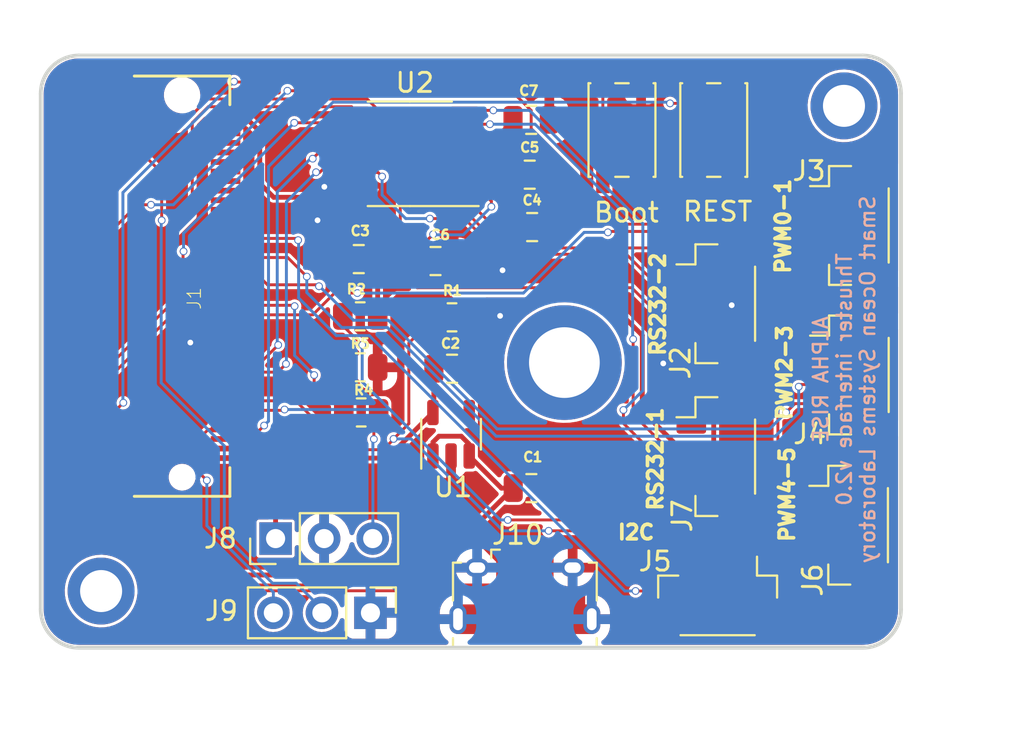
<source format=kicad_pcb>
(kicad_pcb (version 20211014) (generator pcbnew)
  (layers (0 "F.Cu" signal) (31 "B.Cu" signal) (34 "B.Paste" user) (35 "F.Paste" user) (36 "B.SilkS" user "B.Silkscreen") (37 "F.SilkS" user "F.Silkscreen") (38 "B.Mask" user) (39 "F.Mask" user) (44 "Edge.Cuts" user))
  (net 0 "")
  (net 1 "GND")
  (net 2 "3v3")
  (net 3 "Net-(C5-Pad1)")
  (net 4 "Net-(C4-Pad2)")
  (net 5 "Net-(C4-Pad1)")
  (net 6 "Net-(C5-Pad2)")
  (net 7 "Net-(C6-Pad1)")
  (net 8 "Net-(C7-Pad1)")
  (net 9 "I2C_SDA")
  (net 10 "I2C_SCL")
  (net 11 "UART_TX1")
  (net 12 "UART_RX1")
  (net 13 "UART_RX2")
  (net 14 "UART_TX2")
  (net 15 "PWM0")
  (net 16 "PWM2")
  (net 17 "PWM3")
  (net 18 "PWM1")
  (net 19 "PWM4")
  (net 20 "PWM5")
  (net 21 "RS232_TX2")
  (net 22 "RS232_RX2")
  (net 24 "RS232_TX1")
  (net 25 "RS232_RX1")
  (net 26 "USB_D+")
  (net 28 "USB_D-")
  (net 29 "GPIO11")
  (net 30 "5V")
  (net 61 "GPIO8")
  (net 67 "A0")
  (net 69 "VB")
  (net 71 "RESET")
  (net 72 "BOOT")
  (footprint "Connector_JST:JST_SH_BM04B-SRSS-TB_1x04-1MP_P1.00mm_Vertical" (layer "F.Cu") (at 74.7522 68.3006 180)
    (fp_text reference "J5")
    (fp_text value "I2C")
  )
  (footprint "Package_SO:TSSOP-16_4.4x5mm_P0.65mm" (layer "F.Cu") (at 58.6486 45.1104 180)
    (fp_text reference "U2")
    (fp_text value "MAX3232IPWR")
  )
  (footprint "SparkFun-MicroMod.mod:M.2-CONNECTOR-E" (layer "F.Cu") (at 46.736 52.0395 -90)
    (fp_text reference "J1")
    (fp_text value "MICROMOD-2222-C")
  )
  (footprint "Capacitor_SMD:C_0805_2012Metric" (layer "F.Cu") (at 59.9948 50.7238)
    (fp_text reference "C6")
    (fp_text value "0.1uF")
  )
  (footprint "Capacitor_SMD:C_0805_2012Metric" (layer "F.Cu") (at 64.9986 43.3324)
    (fp_text reference "C7")
    (fp_text value "0.1uF")
  )
  (footprint "Capacitor_SMD:C_0805_2012Metric" (layer "F.Cu") (at 65.0494 48.9458 180)
    (fp_text reference "C4")
    (fp_text value "0.1uF")
  )
  (footprint "Connector_JST:JST_SH_BM04B-SRSS-TB_1x04-1MP_P1.00mm_Vertical" (layer "F.Cu") (at 74.7014 60.96 -90)
    (fp_text reference "J7")
    (fp_text value "RS485")
  )
  (footprint "Capacitor_SMD:C_0805_2012Metric" (layer "F.Cu") (at 60.8584 56.3626 180)
    (fp_text reference "C2")
    (fp_text value "1uf")
  )
  (footprint "Button_Switch_SMD:SW_SPST_EVQP2" (layer "F.Cu") (at 69.7484 43.8658 90)
    (fp_text reference "Boot")
    (fp_text value "EVQ-P2602W")
  )
  (footprint "Resistor_SMD:R_0805_2012Metric" (layer "F.Cu") (at 56.1067 58.6486)
    (fp_text reference "R4")
    (fp_text value "100k")
  )
  (footprint "Connector_JST:JST_SH_BM04B-SRSS-TB_1x04-1MP_P1.00mm_Vertical" (layer "F.Cu") (at 81.6915 48.862 -90)
    (fp_text reference "J3")
    (fp_text value "PWM01")
  )
  (footprint "Connector_JST:JST_SH_BM04B-SRSS-TB_1x04-1MP_P1.00mm_Vertical" (layer "F.Cu") (at 81.6508 64.5516 -90)
    (fp_text reference "J6")
    (fp_text value "PWM45")
  )
  (footprint "Package_TO_SOT_SMD:SOT-23-5" (layer "F.Cu") (at 60.8076 59.7916 90)
    (fp_text reference "U1")
    (fp_text value "AP2112K-3.3")
  )
  (footprint "Capacitor_SMD:C_0805_2012Metric" (layer "F.Cu") (at 55.9797 50.6222)
    (fp_text reference "C3")
    (fp_text value "0.1uF")
  )
  (footprint "Resistor_SMD:R_0805_2012Metric" (layer "F.Cu") (at 56.0559 53.6194 180)
    (fp_text reference "R2")
    (fp_text value "4.7k")
  )
  (footprint "Connector_USB:USB_Micro-B_Amphenol_10118194_Horizontal" (layer "F.Cu") (at 64.6684 68.1736)
    (fp_text reference "J10")
    (fp_text value "USB_B_Micro")
  )
  (footprint "Connector_PinHeader_2.54mm:PinHeader_1x03_P2.54mm_Vertical" (layer "F.Cu") (at 51.6278 65.2526 90)
    (fp_text reference "J8")
    (fp_text value "Conn_01x03_Male")
  )
  (footprint "MountingHole:MountingHole_2.2mm_M2_ISO7380_Pad" (layer "F.Cu") (at 42.5 68)
    (fp_text reference "H1" hide)
    (fp_text value "MountingHole")
  )
  (footprint "Connector_JST:JST_SH_BM04B-SRSS-TB_1x04-1MP_P1.00mm_Vertical" (layer "F.Cu") (at 74.7014 52.959 -90)
    (fp_text reference "J2")
    (fp_text value "RS232")
  )
  (footprint "Connector_PinHeader_2.54mm:PinHeader_1x03_P2.54mm_Vertical" (layer "F.Cu") (at 56.5912 69.1388 -90)
    (fp_text reference "J9")
    (fp_text value "Conn_01x03_Male")
  )
  (footprint "Button_Switch_SMD:SW_SPST_EVQP2" (layer "F.Cu") (at 74.549 43.8658 90)
    (fp_text reference "REST")
    (fp_text value "EVQ-P2602W")
  )
  (footprint "Resistor_SMD:R_0805_2012Metric" (layer "F.Cu") (at 60.8584 53.6702 180)
    (fp_text reference "R1")
    (fp_text value "4.7k")
  )
  (footprint "Capacitor_SMD:C_0805_2012Metric" (layer "F.Cu") (at 64.9224 46.2026 180)
    (fp_text reference "C5")
    (fp_text value "0.1uF")
  )
  (footprint "Capacitor_SMD:C_0805_2012Metric" (layer "F.Cu") (at 65.0088 62.611 180)
    (fp_text reference "C1")
    (fp_text value "1uf")
  )
  (footprint "Resistor_SMD:R_0805_2012Metric" (layer "F.Cu") (at 56.0559 56.2864 180)
    (fp_text reference "R5")
    (fp_text value "10k")
  )
  (footprint "Connector_JST:JST_SH_BM04B-SRSS-TB_1x04-1MP_P1.00mm_Vertical" (layer "F.Cu") (at 81.6915 56.6877 -90)
    (fp_text reference "J4")
    (fp_text value "PWM23")
  )
  (footprint "MountingHole:MountingHole_2.2mm_M2_ISO7380_Pad" (layer "F.Cu") (at 81.362 42.6)
    (fp_text reference "H2" hide)
    (fp_text value "MountingHole")
  )
  (gr_line (start 84.34324 68.96588) (end 84.34324 41.96588) (layer "Edge.Cuts") (width 0.2))
  (gr_arc (start 82.34324 39.96588) (mid 83.757454 40.551666) (end 84.34324 41.96588) (layer "Edge.Cuts") (width 0.2))
  (gr_arc (start 39.34324 41.96588) (mid 39.929026 40.551666) (end 41.34324 39.96588) (layer "Edge.Cuts") (width 0.2))
  (gr_arc (start 41.34324 70.96588) (mid 39.929026 70.380094) (end 39.34324 68.96588) (layer "Edge.Cuts") (width 0.2))
  (gr_arc (start 84.34324 68.96588) (mid 83.757454 70.380094) (end 82.34324 70.96588) (layer "Edge.Cuts") (width 0.2))
  (gr_line (start 82.34324 39.96588) (end 41.34324 39.96588) (layer "Edge.Cuts") (width 0.2))
  (gr_line (start 41.34324 70.96588) (end 82.34324 70.96588) (layer "Edge.Cuts") (width 0.2))
  (gr_line (start 39.34324 41.96588) (end 39.34324 68.96588) (layer "Edge.Cuts") (width 0.2))
  (gr_text "ALPHA RISE\nThruster interface v2.0\nSmart Ocean Systems Laboratory" (at 81.375 56.925 90) (layer "B.SilkS") (effects (font (size 0.762 0.762) (thickness 0.127)) (justify mirror)))
  (gr_text "PWM0-1" (at 78.17358 48.90008 90) (layer "F.SilkS") (effects (font (size 0.762 0.762) (thickness 0.1905))))
  (gr_text "PWM4-5" (at 78.3844 62.9412 90) (layer "F.SilkS") (effects (font (size 0.762 0.762) (thickness 0.1905))))
  (gr_text "PWM2-3" (at 78.25232 56.56834 90) (layer "F.SilkS") (effects (font (size 0.762 0.762) (thickness 0.1905))))
  (gr_text "RS232-1\n" (at 71.501 61.087 90) (layer "F.SilkS") (effects (font (size 0.762 0.762) (thickness 0.1905))))
  (gr_text "RS232-2" (at 71.628 52.9844 90) (layer "F.SilkS") (effects (font (size 0.762 0.762) (thickness 0.1905))))
  (gr_text "I2C\n" (at 70.485 64.9224) (layer "F.SilkS") (effects (font (size 0.762 0.762) (thickness 0.1905))))
  (segment (start 57.0192 56.3372) (end 56.9684 56.2864) (width 0.1524) (layer "F.Cu") (net 1))
  (via (at 75.4888 53.0352) (size 0.4) (drill 0.3) (layers "F.Cu" "B.Cu") (net 1))
  (via (at 54.1782 46.8376) (size 0.4) (drill 0.3) (layers "F.Cu" "B.Cu") (net 1))
  (via (at 47.1678 54.991) (size 0.4) (drill 0.3) (layers "F.Cu" "B.Cu") (net 1))
  (via (at 63.373 53.594) (size 0.4) (drill 0.3) (layers "F.Cu" "B.Cu") (net 1))
  (via (at 53.8226 48.5902) (size 0.4) (drill 0.3) (layers "F.Cu" "B.Cu") (net 1))
  (via (at 63.5 51.2064) (size 0.4) (drill 0.3) (layers "F.Cu" "B.Cu") (net 1))
  (via (at 71.9074 56.0832) (size 0.4) (drill 0.3) (layers "F.Cu" "B.Cu") (net 1))
  (segment (start 49.938508 61.039502) (end 51.627811 61.039502) (width 0.254) (layer "F.Cu") (net 2))
  (segment (start 58.00979 52.578) (end 60.678695 52.578) (width 0.254) (layer "F.Cu") (net 2))
  (segment (start 51.627811 61.039502) (end 57.472199 61.039502) (width 0.254) (layer "F.Cu") (net 2))
  (segment (start 57.472199 61.039502) (end 59.857589 58.654112) (width 0.254) (layer "F.Cu") (net 2))
  (segment (start 73.820401 52.459001) (end 74.549 53.1876) (width 0.254) (layer "F.Cu") (net 2))
  (segment (start 51.525602 47.385402) (end 50.8 46.6598) (width 0.254) (layer "F.Cu") (net 2))
  (segment (start 50.8 46.6598) (end 50.8 43.947283) (width 0.254) (layer "F.Cu") (net 2))
  (segment (start 56.96839 53.6194) (end 58.00979 52.578) (width 0.254) (layer "F.Cu") (net 2))
  (segment (start 74.549 60.3361) (end 74.425099 60.460001) (width 0.254) (layer "F.Cu") (net 2))
  (segment (start 49.892229 43.039513) (end 49.011002 43.039513) (width 0.254) (layer "F.Cu") (net 2))
  (segment (start 50.8 43.947283) (end 49.892229 43.039513) (width 0.254) (layer "F.Cu") (net 2))
  (segment (start 55.786096 47.385402) (end 51.525602 47.385402) (width 0.254) (layer "F.Cu") (net 2))
  (segment (start 68.957273 52.760589) (end 62.680506 52.760589) (width 0.254) (layer "F.Cu") (net 2))
  (segment (start 49.011002 61.039502) (end 49.938508 61.039502) (width 0.254) (layer "F.Cu") (net 2))
  (segment (start 73.3764 52.459) (end 73.7404 52.459) (width 0.1524) (layer "F.Cu") (net 2))
  (segment (start 56.929706 48.529011) (end 55.786096 47.385402) (width 0.254) (layer "F.Cu") (net 2))
  (segment (start 75.252199 66.975609) (end 75.252199 65.727199) (width 0.254) (layer "F.Cu") (net 2))
  (segment (start 73.376409 60.460001) (end 72.702801 60.460001) (width 0.254) (layer "F.Cu") (net 2))
  (segment (start 74.549 53.1876) (end 74.549 60.3361) (width 0.254) (layer "F.Cu") (net 2))
  (segment (start 72.702801 60.460001) (end 70.811511 58.568711) (width 0.254) (layer "F.Cu") (net 2))
  (segment (start 51.627811 65.2526) (end 51.627811 64.173887) (width 0.254) (layer "F.Cu") (net 2))
  (segment (start 62.680506 52.760589) (end 59.908389 55.532706) (width 0.254) (layer "F.Cu") (net 2))
  (segment (start 59.908389 55.532706) (end 59.908389 58.603312) (width 0.254) (layer "F.Cu") (net 2))
  (segment (start 59.8576 58.6541) (end 59.9084 58.6033) (width 0.1524) (layer "F.Cu") (net 2))
  (segment (start 70.811511 58.568711) (end 70.811511 54.614827) (width 0.254) (layer "F.Cu") (net 2))
  (segment (start 75.252199 65.727199) (end 74.5744 65.0494) (width 0.254) (layer "F.Cu") (net 2))
  (segment (start 70.811511 54.614827) (end 68.957273 52.760589) (width 0.254) (layer "F.Cu") (net 2))
  (segment (start 74.5744 60.609302) (end 74.425099 60.460001) (width 0.254) (layer "F.Cu") (net 2))
  (segment (start 56.9684 50.6609) (end 56.9297 50.6222) (width 0.1524) (layer "F.Cu") (net 2))
  (segment (start 74.5744 65.0494) (end 74.5744 60.609302) (width 0.254) (layer "F.Cu") (net 2))
  (segment (start 56.96839 50.66091) (end 56.96839 53.6194) (width 0.254) (layer "F.Cu") (net 2))
  (segment (start 73.740391 52.459001) (end 73.820401 52.459001) (width 0.254) (layer "F.Cu") (net 2))
  (segment (start 56.929706 50.6222) (end 56.929706 48.529011) (width 0.254) (layer "F.Cu") (net 2))
  (segment (start 51.627811 64.173887) (end 51.627811 61.039502) (width 0.254) (layer "F.Cu") (net 2))
  (segment (start 74.425099 60.460001) (end 73.376409 60.460001) (width 0.254) (layer "F.Cu") (net 2))
  (segment (start 60.678695 52.578) (end 61.770895 53.6702) (width 0.254) (layer "F.Cu") (net 2))
  (segment (start 61.5111 44.7854) (end 64.4552 44.7854) (width 0.1524) (layer "F.Cu") (net 3))
  (segment (start 64.4552 44.7854) (end 65.8724 46.2026) (width 0.1524) (layer "F.Cu") (net 3))
  (segment (start 64.0486 49.0474) (end 63.1731 49.0474) (width 0.1524) (layer "F.Cu") (net 4))
  (segment (start 63.1731 49.0474) (end 61.5111 47.3854) (width 0.1524) (layer "F.Cu") (net 4))
  (segment (start 63.6221 47.2638) (end 62.4437 46.0854) (width 0.1524) (layer "F.Cu") (net 5))
  (segment (start 65.9486 49.0474) (end 64.165 47.2638) (width 0.1524) (layer "F.Cu") (net 5))
  (segment (start 62.4437 46.0854) (end 61.5111 46.0854) (width 0.1524) (layer "F.Cu") (net 5))
  (segment (start 64.165 47.2638) (end 63.6221 47.2638) (width 0.1524) (layer "F.Cu") (net 5))
  (segment (start 63.2052 45.4354) (end 61.5111 45.4354) (width 0.1524) (layer "F.Cu") (net 6))
  (segment (start 63.9724 46.2026) (end 63.2052 45.4354) (width 0.1524) (layer "F.Cu") (net 6))
  (segment (start 59.8678 49.3268) (end 59.0448 50.1498) (width 0.1524) (layer "F.Cu") (net 7))
  (segment (start 62.062631 46.7354) (end 61.5111 46.7354) (width 0.1524) (layer "F.Cu") (net 7))
  (segment (start 62.9158 47.588569) (end 62.062631 46.7354) (width 0.1524) (layer "F.Cu") (net 7))
  (segment (start 62.9158 47.879) (end 62.9158 47.588569) (width 0.1524) (layer "F.Cu") (net 7))
  (segment (start 59.0448 50.1498) (end 59.0448 50.7238) (width 0.1524) (layer "F.Cu") (net 7))
  (via (at 62.9158 47.879) (size 0.4) (drill 0.3) (layers "F.Cu" "B.Cu") (net 7))
  (via (at 59.8678 49.3268) (size 0.4) (drill 0.3) (layers "F.Cu" "B.Cu") (net 7))
  (segment (start 61.4426 49.3522) (end 62.9158 47.879) (width 0.1524) (layer "B.Cu") (net 7))
  (segment (start 59.8678 49.3268) (end 59.8932 49.3522) (width 0.1524) (layer "B.Cu") (net 7))
  (segment (start 59.8932 49.3522) (end 61.4426 49.3522) (width 0.1524) (layer "B.Cu") (net 7))
  (segment (start 64.0486 43.3324) (end 63.2456 44.1354) (width 0.1524) (layer "F.Cu") (net 8))
  (segment (start 63.2456 44.1354) (end 61.5111 44.1354) (width 0.1524) (layer "F.Cu") (net 8))
  (segment (start 74.2522 66.5711) (end 71.9575 64.2764) (width 0.1524) (layer "F.Cu") (net 9))
  (segment (start 55.1434 54.102) (end 55.1434 53.6194) (width 0.1524) (layer "F.Cu") (net 9))
  (segment (start 71.9575 64.2764) (end 63.7744 64.2764) (width 0.1524) (layer "F.Cu") (net 9))
  (segment (start 52.0954 58.4962) (end 52.0521 58.5395) (width 0.1524) (layer "F.Cu") (net 9))
  (segment (start 52.0521 58.5395) (end 49.011 58.5395) (width 0.1524) (layer "F.Cu") (net 9))
  (segment (start 56.1594 55.118) (end 55.1434 54.102) (width 0.1524) (layer "F.Cu") (net 9))
  (segment (start 74.2522 66.9756) (end 74.2522 66.5711) (width 0.1524) (layer "F.Cu") (net 9))
  (via (at 52.0954 58.4962) (size 0.4) (drill 0.3) (layers "F.Cu" "B.Cu") (net 9))
  (via (at 63.7744 64.2764) (size 0.4) (drill 0.3) (layers "F.Cu" "B.Cu") (net 9))
  (via (at 56.1594 55.118) (size 0.4) (drill 0.3) (layers "F.Cu" "B.Cu") (net 9))
  (segment (start 56.1594 57.0484) (end 57.4929 58.3819) (width 0.1524) (layer "B.Cu") (net 9))
  (segment (start 56.1594 55.118) (end 56.1594 57.0484) (width 0.1524) (layer "B.Cu") (net 9))
  (segment (start 63.3874 64.2764) (end 63.7744 64.2764) (width 0.1524) (layer "B.Cu") (net 9))
  (segment (start 57.4929 58.3819) (end 63.3874 64.2764) (width 0.1524) (layer "B.Cu") (net 9))
  (segment (start 52.0954 58.4962) (end 57.6072 58.4962) (width 0.1524) (layer "B.Cu") (net 9))
  (segment (start 71.1227 64.8461) (end 73.2522 66.9756) (width 0.1524) (layer "F.Cu") (net 10))
  (segment (start 58.59875 59.235684) (end 58.59875 55.01735) (width 0.1524) (layer "F.Cu") (net 10))
  (segment (start 57.799617 60.034817) (end 57.799617 60.056383) (width 0.1524) (layer "F.Cu") (net 10))
  (segment (start 65.9131 64.8461) (end 71.1227 64.8461) (width 0.1524) (layer "F.Cu") (net 10))
  (segment (start 55.241311 60.600711) (end 52.6801 58.0395) (width 0.1524) (layer "F.Cu") (net 10))
  (segment (start 52.6801 58.0395) (end 49.011 58.0395) (width 0.1524) (layer "F.Cu") (net 10))
  (segment (start 57.799617 60.056383) (end 57.255289 60.600711) (width 0.1524) (layer "F.Cu") (net 10))
  (segment (start 58.59875 55.01735) (end 59.9459 53.6702) (width 0.1524) (layer "F.Cu") (net 10))
  (segment (start 57.799617 60.034817) (end 58.59875 59.235684) (width 0.1524) (layer "F.Cu") (net 10))
  (segment (start 65.913 64.8462) (end 65.9131 64.8461) (width 0.1524) (layer "F.Cu") (net 10))
  (segment (start 57.255289 60.600711) (end 55.241311 60.600711) (width 0.1524) (layer "F.Cu") (net 10))
  (via (at 57.799617 60.034817) (size 0.4) (drill 0.3) (layers "F.Cu" "B.Cu") (net 10))
  (via (at 65.913 64.8462) (size 0.4) (drill 0.3) (layers "F.Cu" "B.Cu") (net 10))
  (segment (start 58.715443 60.034817) (end 63.526827 64.8462) (width 0.1524) (layer "B.Cu") (net 10))
  (segment (start 57.799617 60.034817) (end 58.715443 60.034817) (width 0.1524) (layer "B.Cu") (net 10))
  (segment (start 63.526827 64.8462) (end 65.913 64.8462) (width 0.1524) (layer "B.Cu") (net 10))
  (segment (start 46.7868 52.9674) (end 42.4647 57.2895) (width 0.1524) (layer "F.Cu") (net 11))
  (segment (start 52.605 43.4854) (end 55.7861 43.4854) (width 0.1524) (layer "F.Cu") (net 11))
  (segment (start 46.8122 50.2158) (end 46.7868 50.2412) (width 0.1524) (layer "F.Cu") (net 11))
  (segment (start 46.7868 50.2412) (end 46.7868 52.9674) (width 0.1524) (layer "F.Cu") (net 11))
  (segment (start 42.4647 57.2895) (end 41.461 57.2895) (width 0.1524) (layer "F.Cu") (net 11))
  (via (at 52.605 43.4854) (size 0.4) (drill 0.3) (layers "F.Cu" "B.Cu") (net 11))
  (via (at 46.8122 50.2158) (size 0.4) (drill 0.3) (layers "F.Cu" "B.Cu") (net 11))
  (segment (start 46.8122 50.2158) (end 46.8122 49.2782) (width 0.1524) (layer "B.Cu") (net 11))
  (segment (start 46.8122 49.2782) (end 52.605 43.4854) (width 0.1524) (layer "B.Cu") (net 11))
  (segment (start 55.7861 42.8354) (end 55.5974 42.6467) (width 0.1524) (layer "F.Cu") (net 12))
  (segment (start 48.108 42.6467) (end 47.2694 43.4853) (width 0.1524) (layer "F.Cu") (net 12))
  (segment (start 47.2694 43.4853) (end 47.2694 48.3616) (width 0.1524) (layer "F.Cu") (net 12))
  (segment (start 55.5974 42.6467) (end 48.108 42.6467) (width 0.1524) (layer "F.Cu") (net 12))
  (segment (start 47.2694 48.3616) (end 46.2026 49.4284) (width 0.1524) (layer "F.Cu") (net 12))
  (segment (start 46.2026 49.4284) (end 46.2026 52.929122) (width 0.1524) (layer "F.Cu") (net 12))
  (segment (start 42.342222 56.7895) (end 41.461 56.7895) (width 0.1524) (layer "F.Cu") (net 12))
  (segment (start 46.2026 52.929122) (end 42.342222 56.7895) (width 0.1524) (layer "F.Cu") (net 12))
  (segment (start 53.944369 46.0756) (end 55.234569 44.7854) (width 0.1524) (layer "F.Cu") (net 13))
  (segment (start 51.7407 56.5395) (end 49.011 56.5395) (width 0.1524) (layer "F.Cu") (net 13))
  (segment (start 52.1716 56.1086) (end 51.7407 56.5395) (width 0.1524) (layer "F.Cu") (net 13))
  (segment (start 53.7464 46.0756) (end 53.944369 46.0756) (width 0.1524) (layer "F.Cu") (net 13))
  (segment (start 55.234569 44.7854) (end 55.7861 44.7854) (width 0.1524) (layer "F.Cu") (net 13))
  (via (at 52.1716 56.1086) (size 0.4) (drill 0.3) (layers "F.Cu" "B.Cu") (net 13))
  (via (at 53.7464 46.0756) (size 0.4) (drill 0.3) (layers "F.Cu" "B.Cu") (net 13))
  (segment (start 52.193311 56.086889) (end 52.193311 47.628689) (width 0.1524) (layer "B.Cu") (net 13))
  (segment (start 52.1716 56.1086) (end 52.193311 56.086889) (width 0.1524) (layer "B.Cu") (net 13))
  (segment (start 52.193311 47.628689) (end 53.7464 46.0756) (width 0.1524) (layer "B.Cu") (net 13))
  (segment (start 54.7976 44.1354) (end 55.7861 44.1354) (width 0.1524) (layer "F.Cu") (net 14))
  (segment (start 51.7652 55.118) (end 50.8437 56.0395) (width 0.1524) (layer "F.Cu") (net 14))
  (segment (start 50.8437 56.0395) (end 49.011 56.0395) (width 0.1524) (layer "F.Cu") (net 14))
  (segment (start 53.5686 45.3644) (end 54.7976 44.1354) (width 0.1524) (layer "F.Cu") (net 14))
  (via (at 51.7652 55.118) (size 0.4) (drill 0.3) (layers "F.Cu" "B.Cu") (net 14))
  (via (at 53.5686 45.3644) (size 0.4) (drill 0.3) (layers "F.Cu" "B.Cu") (net 14))
  (segment (start 51.7144 55.0672) (end 51.7144 47.1041) (width 0.1524) (layer "B.Cu") (net 14))
  (segment (start 53.4541 45.3644) (end 53.5686 45.3644) (width 0.1524) (layer "B.Cu") (net 14))
  (segment (start 51.7652 55.118) (end 51.7144 55.0672) (width 0.1524) (layer "B.Cu") (net 14))
  (segment (start 51.7144 47.1041) (end 53.4541 45.3644) (width 0.1524) (layer "B.Cu") (net 14))
  (segment (start 53.5723 53.5395) (end 49.011 53.5395) (width 0.1524) (layer "F.Cu") (net 15))
  (segment (start 55.9054 52.4002) (end 54.7116 52.4002) (width 0.1524) (layer "F.Cu") (net 15))
  (segment (start 69.0589 49.1744) (end 77.5208 49.1744) (width 0.1524) (layer "F.Cu") (net 15))
  (segment (start 78.7084 50.362) (end 80.3665 50.362) (width 0.1524) (layer "F.Cu") (net 15))
  (segment (start 69.0118 49.2215) (end 69.0589 49.1744) (width 0.1524) (layer "F.Cu") (net 15))
  (segment (start 54.7116 52.4002) (end 53.5723 53.5395) (width 0.1524) (layer "F.Cu") (net 15))
  (segment (start 77.5208 49.1744) (end 78.7084 50.362) (width 0.1524) (layer "F.Cu") (net 15))
  (via (at 55.9054 52.4002) (size 0.4) (drill 0.3) (layers "F.Cu" "B.Cu") (net 15))
  (via (at 69.0118 49.2215) (size 0.4) (drill 0.3) (layers "F.Cu" "B.Cu") (net 15))
  (segment (start 69.0118 49.2215) (end 67.7709 49.2215) (width 0.1524) (layer "B.Cu") (net 15))
  (segment (start 64.5922 52.4002) (end 55.9054 52.4002) (width 0.1524) (layer "B.Cu") (net 15))
  (segment (start 67.7709 49.2215) (end 64.5922 52.4002) (width 0.1524) (layer "B.Cu") (net 15))
  (segment (start 53.8988 52.0446) (end 53.820937 51.966737) (width 0.1524) (layer "F.Cu") (net 16))
  (segment (start 51.203096 51.966737) (end 50.775859 51.5395) (width 0.1524) (layer "F.Cu") (net 16))
  (segment (start 78.7945 58.1877) (end 80.3665 58.1877) (width 0.1524) (layer "F.Cu") (net 16))
  (segment (start 50.775859 51.5395) (end 49.011 51.5395) (width 0.1524) (layer "F.Cu") (net 16))
  (segment (start 53.820937 51.966737) (end 51.203096 51.966737) (width 0.1524) (layer "F.Cu") (net 16))
  (segment (start 78.3336 58.6486) (end 78.7945 58.1877) (width 0.1524) (layer "F.Cu") (net 16))
  (via (at 78.3336 58.6486) (size 0.4) (drill 0.3) (layers "F.Cu" "B.Cu") (net 16))
  (via (at 53.8988 52.0446) (size 0.4) (drill 0.3) (layers "F.Cu" "B.Cu") (net 16))
  (segment (start 63.216874 59.5122) (end 77.47 59.5122) (width 0.1524) (layer "B.Cu") (net 16))
  (segment (start 53.9242 52.0446) (end 55.7022 53.8226) (width 0.1524) (layer "B.Cu") (net 16))
  (segment (start 57.527274 53.8226) (end 63.216874 59.5122) (width 0.1524) (layer "B.Cu") (net 16))
  (segment (start 55.7022 53.8226) (end 57.527274 53.8226) (width 0.1524) (layer "B.Cu") (net 16))
  (segment (start 53.8988 52.0446) (end 53.9242 52.0446) (width 0.1524) (layer "B.Cu") (net 16))
  (segment (start 77.47 59.5122) (end 78.3336 58.6486) (width 0.1524) (layer "B.Cu") (net 16))
  (segment (start 52.263 50.5395) (end 49.011 50.5395) (width 0.1524) (layer "F.Cu") (net 17))
  (segment (start 79.1087 57.1877) (end 80.3665 57.1877) (width 0.1524) (layer "F.Cu") (net 17))
  (segment (start 78.994 57.3024) (end 79.1087 57.1877) (width 0.1524) (layer "F.Cu") (net 17))
  (segment (start 53.2601 51.5366) (end 52.263 50.5395) (width 0.1524) (layer "F.Cu") (net 17))
  (via (at 53.2601 51.5366) (size 0.4) (drill 0.3) (layers "F.Cu" "B.Cu") (net 17))
  (via (at 78.994 57.3024) (size 0.4) (drill 0.3) (layers "F.Cu" "B.Cu") (net 17))
  (segment (start 77.7748 59.8932) (end 78.994 58.674) (width 0.1524) (layer "B.Cu") (net 17))
  (segment (start 55.0926 54.2036) (end 57.4779 54.2036) (width 0.1524) (layer "B.Cu") (net 17))
  (segment (start 78.994 58.674) (end 78.994 57.3024) (width 0.1524) (layer "B.Cu") (net 17))
  (segment (start 57.4779 54.2036) (end 63.1675 59.8932) (width 0.1524) (layer "B.Cu") (net 17))
  (segment (start 53.2601 52.3711) (end 55.0926 54.2036) (width 0.1524) (layer "B.Cu") (net 17))
  (segment (start 63.1675 59.8932) (end 77.7748 59.8932) (width 0.1524) (layer "B.Cu") (net 17))
  (segment (start 53.2601 51.5366) (end 53.2601 52.3711) (width 0.1524) (layer "B.Cu") (net 17))
  (segment (start 78.2164 49.362) (end 77.6478 48.7934) (width 0.1524) (layer "F.Cu") (net 18))
  (segment (start 64.9986 42.8449) (end 63.9366 41.7829) (width 0.1524) (layer "F.Cu") (net 18))
  (segment (start 64.9986 43.7896) (end 64.9986 42.8449) (width 0.1524) (layer "F.Cu") (net 18))
  (segment (start 68.3768 48.7934) (end 67.3354 47.752) (width 0.1524) (layer "F.Cu") (net 18))
  (segment (start 80.3665 49.362) (end 78.2164 49.362) (width 0.1524) (layer "F.Cu") (net 18))
  (segment (start 77.6478 48.7934) (end 68.3768 48.7934) (width 0.1524) (layer "F.Cu") (net 18))
  (segment (start 63.9366 41.7829) (end 63.9111 41.8084) (width 0.1524) (layer "F.Cu") (net 18))
  (segment (start 44.4005 47.7774) (end 42.3884 49.7895) (width 0.1524) (layer "F.Cu") (net 18))
  (segment (start 63.9111 41.8084) (end 52.2478 41.8084) (width 0.1524) (layer "F.Cu") (net 18))
  (segment (start 45.1104 47.7774) (end 44.4005 47.7774) (width 0.1524) (layer "F.Cu") (net 18))
  (segment (start 67.3354 47.752) (end 67.3354 46.1264) (width 0.1524) (layer "F.Cu") (net 18))
  (segment (start 67.3354 46.1264) (end 64.9986 43.7896) (width 0.1524) (layer "F.Cu") (net 18))
  (segment (start 42.3884 49.7895) (end 41.461 49.7895) (width 0.1524) (layer "F.Cu") (net 18))
  (via (at 45.1104 47.7774) (size 0.4) (drill 0.3) (layers "F.Cu" "B.Cu") (net 18))
  (via (at 52.2478 41.8084) (size 0.4) (drill 0.3) (layers "F.Cu" "B.Cu") (net 18))
  (segment (start 46.2788 47.7774) (end 52.2478 41.8084) (width 0.1524) (layer "B.Cu") (net 18))
  (segment (start 45.1104 47.7774) (end 46.2788 47.7774) (width 0.1524) (layer "B.Cu") (net 18))
  (segment (start 52.7145 49.5395) (end 49.011 49.5395) (width 0.1524) (layer "F.Cu") (net 19))
  (segment (start 72.6045 67.9817) (end 78.3957 67.9817) (width 0.1524) (layer "F.Cu") (net 19))
  (segment (start 70.4596 67.9958) (end 72.5904 67.9958) (width 0.1524) (layer "F.Cu") (net 19))
  (segment (start 52.8066 49.6316) (end 52.7145 49.5395) (width 0.1524) (layer "F.Cu") (net 19))
  (segment (start 72.5904 67.9958) (end 72.6045 67.9817) (width 0.1524) (layer "F.Cu") (net 19))
  (segment (start 78.3957 67.9817) (end 80.3258 66.0516) (width 0.1524) (layer "F.Cu") (net 19))
  (via (at 70.4596 67.9958) (size 0.4) (drill 0.3) (layers "F.Cu" "B.Cu") (net 19))
  (via (at 52.8066 49.6316) (size 0.4) (drill 0.3) (layers "F.Cu" "B.Cu") (net 19))
  (segment (start 52.832 49.657) (end 52.8066 49.6316) (width 0.1524) (layer "B.Cu") (net 19))
  (segment (start 56.530202 54.625202) (end 54.803002 54.625202) (width 0.1524) (layer "B.Cu") (net 19))
  (segment (start 69.9008 67.9958) (end 56.530202 54.625202) (width 0.1524) (layer "B.Cu") (net 19))
  (segment (start 70.4596 67.9958) (end 69.9008 67.9958) (width 0.1524) (layer "B.Cu") (net 19))
  (segment (start 52.832 52.6542) (end 52.832 49.657) (width 0.1524) (layer "B.Cu") (net 19))
  (segment (start 54.803002 54.625202) (end 52.832 52.6542) (width 0.1524) (layer "B.Cu") (net 19))
  (segment (start 77.905489 58.47127) (end 77.905489 63.007889) (width 0.1524) (layer "F.Cu") (net 20))
  (segment (start 60.0202 47.9044) (end 61.341 47.9044) (width 0.1524) (layer "F.Cu") (net 20))
  (segment (start 46.5339 43.7895) (end 48.0832 42.2402) (width 0.1524) (layer "F.Cu") (net 20))
  (segment (start 77.905489 63.007889) (end 79.9492 65.0516) (width 0.1524) (layer "F.Cu") (net 20))
  (segment (start 57.6834 43.5081) (end 57.6834 45.5676) (width 0.1524) (layer "F.Cu") (net 20))
  (segment (start 61.341 47.9044) (end 63.4746 50.038) (width 0.1524) (layer "F.Cu") (net 20))
  (segment (start 79.9492 65.0516) (end 80.3258 65.0516) (width 0.1524) (layer "F.Cu") (net 20))
  (segment (start 74.041 50.038) (end 77.9272 53.9242) (width 0.1524) (layer "F.Cu") (net 20))
  (segment (start 48.0832 42.2402) (end 56.4155 42.2402) (width 0.1524) (layer "F.Cu") (net 20))
  (segment (start 41.461 43.7895) (end 46.5339 43.7895) (width 0.1524) (layer "F.Cu") (net 20))
  (segment (start 56.4155 42.2402) (end 57.6834 43.5081) (width 0.1524) (layer "F.Cu") (net 20))
  (segment (start 77.9272 58.449559) (end 77.905489 58.47127) (width 0.1524) (layer "F.Cu") (net 20))
  (segment (start 57.6834 45.5676) (end 60.0202 47.9044) (width 0.1524) (layer "F.Cu") (net 20))
  (segment (start 63.4746 50.038) (end 74.041 50.038) (width 0.1524) (layer "F.Cu") (net 20))
  (segment (start 77.9272 53.9242) (end 77.9272 58.449559) (width 0.1524) (layer "F.Cu") (net 20))
  (segment (start 61.506226 48.5) (end 63.374426 50.3682) (width 0.1524) (layer "F.Cu") (net 21))
  (segment (start 69.975858 50.3682) (end 73.066658 53.459) (width 0.1524) (layer "F.Cu") (net 21))
  (segment (start 55.7861 46.0854) (end 56.9854 46.0854) (width 0.1524) (layer "F.Cu") (net 21))
  (segment (start 59.7 48.5) (end 61.506226 48.5) (width 0.1524) (layer "F.Cu") (net 21))
  (segment (start 73.066658 53.459) (end 73.3764 53.459) (width 0.1524) (layer "F.Cu") (net 21))
  (segment (start 63.374426 50.3682) (end 69.975858 50.3682) (width 0.1524) (layer "F.Cu") (net 21))
  (segment (start 56.9854 46.0854) (end 57.2 46.3) (width 0.1524) (layer "F.Cu") (net 21))
  (via (at 57.2 46.3) (size 0.4) (drill 0.3) (layers "F.Cu" "B.Cu") (net 21))
  (via (at 59.7 48.5) (size 0.4) (drill 0.3) (layers "F.Cu" "B.Cu") (net 21))
  (segment (start 58.435559 48.5) (end 57.2 47.264441) (width 0.1524) (layer "B.Cu") (net 21))
  (segment (start 57.2 47.264441) (end 57.2 46.3) (width 0.1524) (layer "B.Cu") (net 21))
  (segment (start 59.7 48.5) (end 58.435559 48.5) (width 0.1524) (layer "B.Cu") (net 21))
  (segment (start 59.040637 52.1208) (end 70.2564 52.1208) (width 0.1524) (layer "F.Cu") (net 22))
  (segment (start 72.5946 54.459) (end 73.3764 54.459) (width 0.1524) (layer "F.Cu") (net 22))
  (segment (start 55.7861 45.4354) (end 56.986515 45.4354) (width 0.1524) (layer "F.Cu") (net 22))
  (segment (start 56.986515 45.4354) (end 58.151115 46.6) (width 0.1524) (layer "F.Cu") (net 22))
  (segment (start 70.2564 52.1208) (end 72.5946 54.459) (width 0.1524) (layer "F.Cu") (net 22))
  (segment (start 58.151115 51.231278) (end 59.040637 52.1208) (width 0.1524) (layer "F.Cu") (net 22))
  (segment (start 58.151115 46.6) (end 58.151115 51.231278) (width 0.1524) (layer "F.Cu") (net 22))
  (segment (start 73.043826 61.46) (end 73.3764 61.46) (width 0.1524) (layer "F.Cu") (net 24))
  (segment (start 70.3326 54.8132) (end 70.3326 58.748774) (width 0.1524) (layer "F.Cu") (net 24))
  (segment (start 70.3326 58.748774) (end 73.043826 61.46) (width 0.1524) (layer "F.Cu") (net 24))
  (segment (start 61.5867 43.561) (end 61.5111 43.4854) (width 0.1524) (layer "F.Cu") (net 24))
  (segment (start 62.8396 43.561) (end 61.5867 43.561) (width 0.1524) (layer "F.Cu") (net 24))
  (via (at 70.3326 54.8132) (size 0.4) (drill 0.3) (layers "F.Cu" "B.Cu") (net 24))
  (via (at 62.8396 43.561) (size 0.4) (drill 0.3) (layers "F.Cu" "B.Cu") (net 24))
  (segment (start 70.3326 54.8132) (end 70.3072 54.7878) (width 0.1524) (layer "B.Cu") (net 24))
  (segment (start 70.3072 48.664974) (end 65.203226 43.561) (width 0.1524) (layer "B.Cu") (net 24))
  (segment (start 65.203226 43.561) (end 62.8396 43.561) (width 0.1524) (layer "B.Cu") (net 24))
  (segment (start 70.3072 54.7878) (end 70.3072 48.664974) (width 0.1524) (layer "B.Cu") (net 24))
  (segment (start 73.066658 62.46) (end 73.3764 62.46) (width 0.1524) (layer "F.Cu") (net 25))
  (segment (start 61.5111 42.8354) (end 63.0177 42.8354) (width 0.1524) (layer "F.Cu") (net 25))
  (segment (start 69.8246 59.217942) (end 73.066658 62.46) (width 0.1524) (layer "F.Cu") (net 25))
  (segment (start 69.8246 58.5216) (end 69.8246 59.217942) (width 0.1524) (layer "F.Cu") (net 25))
  (via (at 63.0177 42.8354) (size 0.4) (drill 0.3) (layers "F.Cu" "B.Cu") (net 25))
  (via (at 69.8246 58.5216) (size 0.4) (drill 0.3) (layers "F.Cu" "B.Cu") (net 25))
  (segment (start 70.8406 57.5056) (end 70.8406 48.768) (width 0.1524) (layer "B.Cu") (net 25))
  (segment (start 70.8406 48.768) (end 64.908 42.8354) (width 0.1524) (layer "B.Cu") (net 25))
  (segment (start 64.908 42.8354) (end 63.0177 42.8354) (width 0.1524) (layer "B.Cu") (net 25))
  (segment (start 69.8246 58.5216) (end 70.8406 57.5056) (width 0.1524) (layer "B.Cu") (net 25))
  (segment (start 64.6684 67.6773) (end 64.3603 67.9854) (width 0.1524) (layer "F.Cu") (net 26))
  (segment (start 43.067222 60.7895) (end 41.461 60.7895) (width 0.1524) (layer "F.Cu") (net 26))
  (segment (start 64.3603 67.9854) (end 48.1226 67.9854) (width 0.1524) (layer "F.Cu") (net 26))
  (segment (start 64.6684 66.7736) (end 64.6684 67.6773) (width 0.1524) (layer "F.Cu") (net 26))
  (segment (start 43.839111 63.701911) (end 43.839111 61.561389) (width 0.1524) (layer "F.Cu") (net 26))
  (segment (start 43.839111 61.561389) (end 43.067222 60.7895) (width 0.1524) (layer "F.Cu") (net 26))
  (segment (start 48.1226 67.9854) (end 43.839111 63.701911) (width 0.1524) (layer "F.Cu") (net 26))
  (segment (start 44.143431 63.575857) (end 44.143431 61.435335) (width 0.1524) (layer "F.Cu") (net 28))
  (segment (start 48.248654 67.68108) (end 44.143431 63.575857) (width 0.1524) (layer "F.Cu") (net 28))
  (segment (start 44.143431 61.435335) (end 42.997596 60.2895) (width 0.1524) (layer "F.Cu") (net 28))
  (segment (start 64.0184 67.68108) (end 48.248654 67.68108) (width 0.1524) (layer "F.Cu") (net 28))
  (segment (start 64.0184 66.7736) (end 64.0184 67.68108) (width 0.1524) (layer "F.Cu") (net 28))
  (segment (start 42.997596 60.2895) (end 41.461 60.2895) (width 0.1524) (layer "F.Cu") (net 28))
  (segment (start 47.7012 59.944) (end 47.7012 61.8756) (width 0.1524) (layer "F.Cu") (net 29))
  (segment (start 48.1057 59.5395) (end 47.7012 59.944) (width 0.1524) (layer "F.Cu") (net 29))
  (segment (start 47.7012 61.8756) (end 48.0313 62.2057) (width 0.1524) (layer "F.Cu") (net 29))
  (segment (start 49.011 59.5395) (end 48.1057 59.5395) (width 0.1524) (layer "F.Cu") (net 29))
  (via (at 48.0313 62.2057) (size 0.4) (drill 0.3) (layers "F.Cu" "B.Cu") (net 29))
  (segment (start 51.5112 68.0601) (end 48.0313 64.5802) (width 0.1524) (layer "B.Cu") (net 29))
  (segment (start 51.5112 69.1388) (end 51.5112 68.0601) (width 0.1524) (layer "B.Cu") (net 29))
  (segment (start 48.0313 64.5802) (end 48.0313 62.2057) (width 0.1524) (layer "B.Cu") (net 29))
  (segment (start 48.6664 67.1576) (end 44.498551 62.989751) (width 0.254) (layer "F.Cu") (net 30))
  (segment (start 42.499812 59.2895) (end 41.461 59.2895) (width 0.254) (layer "F.Cu") (net 30))
  (segment (start 64.0588 62.611) (end 61.7728 64.897) (width 0.254) (layer "F.Cu") (net 30))
  (segment (start 63.3684 66.7736) (end 63.3684 66.4926) (width 0.1524) (layer "F.Cu") (net 30))
  (segment (start 61.341 59.8932) (end 60.1726 59.8932) (width 0.254) (layer "F.Cu") (net 30))
  (segment (start 63.439497 62.611) (end 61.757611 60.929088) (width 0.254) (layer "F.Cu") (net 30))
  (segment (start 59.5122 67.1576) (end 48.6664 67.1576) (width 0.254) (layer "F.Cu") (net 30))
  (segment (start 61.7728 64.897) (end 59.5122 67.1576) (width 0.254) (layer "F.Cu") (net 30))
  (segment (start 44.498551 62.989751) (end 44.498551 61.288239) (width 0.254) (layer "F.Cu") (net 30))
  (segment (start 60.1726 59.8932) (end 59.857589 60.208211) (width 0.254) (layer "F.Cu") (net 30))
  (segment (start 44.498551 61.288239) (end 42.499812 59.2895) (width 0.254) (layer "F.Cu") (net 30))
  (segment (start 59.857589 60.208211) (end 59.857589 60.929088) (width 0.254) (layer "F.Cu") (net 30))
  (segment (start 61.7576 60.9291) (end 61.7576 60.3098) (width 0.1524) (layer "F.Cu") (net 30))
  (segment (start 61.757611 60.309811) (end 61.341 59.8932) (width 0.254) (layer "F.Cu") (net 30))
  (segment (start 64.0588 62.611) (end 63.439497 62.611) (width 0.254) (layer "F.Cu") (net 30))
  (segment (start 63.368403 66.492603) (end 61.7728 64.897) (width 0.254) (layer "F.Cu") (net 30))
  (segment (start 45.6692 48.5902) (end 45.6692 46.105159) (width 0.1524) (layer "F.Cu") (net 61))
  (segment (start 45.6692 46.105159) (end 44.353541 44.7895) (width 0.1524) (layer "F.Cu") (net 61))
  (segment (start 44.353541 44.7895) (end 41.461 44.7895) (width 0.1524) (layer "F.Cu") (net 61))
  (via (at 45.6692 48.5902) (size 0.4) (drill 0.3) (layers "F.Cu" "B.Cu") (net 61))
  (segment (start 48.9458 65.064326) (end 51.470874 67.5894) (width 0.1524) (layer "B.Cu") (net 61))
  (segment (start 45.6438 48.6156) (end 45.6438 57.0992) (width 0.1524) (layer "B.Cu") (net 61))
  (segment (start 52.705 67.5894) (end 54.0512 68.9356) (width 0.1524) (layer "B.Cu") (net 61))
  (segment (start 54.0512 68.9356) (end 54.0512 69.1388) (width 0.1524) (layer "B.Cu") (net 61))
  (segment (start 51.470874 67.5894) (end 52.705 67.5894) (width 0.1524) (layer "B.Cu") (net 61))
  (segment (start 45.6438 57.0992) (end 48.9458 60.4012) (width 0.1524) (layer "B.Cu") (net 61))
  (segment (start 45.6692 48.5902) (end 45.6438 48.6156) (width 0.1524) (layer "B.Cu") (net 61))
  (segment (start 48.9458 60.4012) (end 48.9458 65.064326) (width 0.1524) (layer "B.Cu") (net 61))
  (segment (start 52.574911 53.0395) (end 49.011 53.0395) (width 0.1524) (layer "F.Cu") (net 67))
  (segment (start 55.1434 56.2864) (end 55.1434 58.5978) (width 0.1524) (layer "F.Cu") (net 67))
  (segment (start 53.6448 57.0992) (end 55.1942 58.6486) (width 0.1524) (layer "F.Cu") (net 67))
  (segment (start 53.6448 56.6928) (end 53.6448 57.0992) (width 0.1524) (layer "F.Cu") (net 67))
  (segment (start 52.621411 53.086) (end 52.574911 53.0395) (width 0.1524) (layer "F.Cu") (net 67))
  (segment (start 55.1434 58.5978) (end 55.1942 58.6486) (width 0.1524) (layer "F.Cu") (net 67))
  (via (at 53.6448 56.6928) (size 0.4) (drill 0.3) (layers "F.Cu" "B.Cu") (net 67))
  (via (at 52.621411 53.086) (size 0.4) (drill 0.3) (layers "F.Cu" "B.Cu") (net 67))
  (segment (start 52.621411 55.669411) (end 52.621411 53.086) (width 0.1524) (layer "B.Cu") (net 67))
  (segment (start 53.6448 56.6928) (end 52.621411 55.669411) (width 0.1524) (layer "B.Cu") (net 67))
  (segment (start 56.769 60.0456) (end 56.769 58.8988) (width 0.1524) (layer "F.Cu") (net 69))
  (segment (start 56.769 58.8988) (end 57.0192 58.6486) (width 0.1524) (layer "F.Cu") (net 69))
  (via (at 56.769 60.0456) (size 0.4) (drill 0.3) (layers "F.Cu" "B.Cu") (net 69))
  (segment (start 56.7182 65.2422) (end 56.7078 65.2526) (width 0.1524) (layer "B.Cu") (net 69))
  (segment (start 56.7182 60.0964) (end 56.7182 65.2422) (width 0.1524) (layer "B.Cu") (net 69))
  (segment (start 56.769 60.0456) (end 56.7182 60.0964) (width 0.1524) (layer "B.Cu") (net 69))
  (segment (start 50.3235 60.0395) (end 49.011 60.0395) (width 0.1524) (layer "F.Cu") (net 71))
  (segment (start 51.0286 59.3344) (end 50.3235 60.0395) (width 0.1524) (layer "F.Cu") (net 71))
  (segment (start 73.549 41.2858) (end 73.549 41.7626) (width 0.1524) (layer "F.Cu") (net 71))
  (segment (start 73.549 41.7626) (end 73.549 42.2395) (width 0.1524) (layer "F.Cu") (net 71))
  (segment (start 72.263 42.4688) (end 72.8428 42.4688) (width 0.1524) (layer "F.Cu") (net 71))
  (segment (start 72.8428 42.4688) (end 73.549 41.7626) (width 0.1524) (layer "F.Cu") (net 71))
  (segment (start 73.549 42.2395) (end 73.549 46.4458) (width 0.1524) (layer "F.Cu") (net 71))
  (via (at 51.0286 59.3344) (size 0.4) (drill 0.3) (layers "F.Cu" "B.Cu") (net 71))
  (via (at 72.263 42.4688) (size 0.4) (drill 0.3) (layers "F.Cu" "B.Cu") (net 71))
  (segment (start 51.2572 45.78) (end 54.629911 42.407289) (width 0.1524) (layer "B.Cu") (net 71))
  (segment (start 72.201489 42.407289) (end 72.263 42.4688) (width 0.1524) (layer "B.Cu") (net 71))
  (segment (start 54.629911 42.407289) (end 72.201489 42.407289) (width 0.1524) (layer "B.Cu") (net 71))
  (segment (start 51.0286 59.3344) (end 51.2572 59.1058) (width 0.1524) (layer "B.Cu") (net 71))
  (segment (start 51.2572 59.1058) (end 51.2572 45.78) (width 0.1524) (layer "B.Cu") (net 71))
  (segment (start 68.7484 41.2858) (end 68.7484 41.3541) (width 0.1524) (layer "F.Cu") (net 72))
  (segment (start 68.7484 41.3541) (end 68.7484 46.4458) (width 0.1524) (layer "F.Cu") (net 72))
  (segment (start 68.7484 41.3541) (end 49.4821 41.3541) (width 0.1524) (layer "F.Cu") (net 72))
  (segment (start 43.6626 58.1406) (end 43.0137 58.7895) (width 0.1524) (layer "F.Cu") (net 72))
  (segment (start 49.4821 41.3541) (end 49.4538 41.3258) (width 0.1524) (layer "F.Cu") (net 72))
  (segment (start 43.0137 58.7895) (end 41.461 58.7895) (width 0.1524) (layer "F.Cu") (net 72))
  (via (at 49.4538 41.3258) (size 0.4) (drill 0.3) (layers "F.Cu" "B.Cu") (net 72))
  (via (at 43.6626 58.1406) (size 0.4) (drill 0.3) (layers "F.Cu" "B.Cu") (net 72))
  (segment (start 43.6409 58.1189) (end 43.6409 47.1387) (width 0.1524) (layer "B.Cu") (net 72))
  (segment (start 43.6626 58.1406) (end 43.6409 58.1189) (width 0.1524) (layer "B.Cu") (net 72))
  (segment (start 43.6409 47.1387) (end 49.4538 41.3258) (width 0.1524) (layer "B.Cu") (net 72))
  (zone (net 1) (net_name "GND") (layers F&B.Cu) (connect_pads (clearance 0)) (min_thickness 0.254) (fill yes (thermal_gap 0.508) (thermal_bridge_width 0.508))
    (polygon (pts (xy 86.2838 38.7858) (xy 90.7796 73.0758) (xy 37.2872 73.152) (xy 37.211 37.7698) (xy 68.199 37.0586)))
  )
)
</source>
